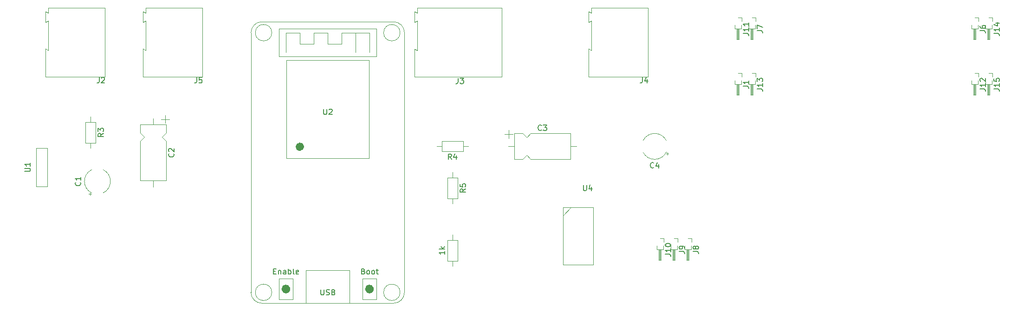
<source format=gto>
%TF.GenerationSoftware,KiCad,Pcbnew,(5.1.9)-1*%
%TF.CreationDate,2021-05-17T17:45:37-07:00*%
%TF.ProjectId,Senior Project,53656e69-6f72-4205-9072-6f6a6563742e,rev?*%
%TF.SameCoordinates,Original*%
%TF.FileFunction,Legend,Top*%
%TF.FilePolarity,Positive*%
%FSLAX46Y46*%
G04 Gerber Fmt 4.6, Leading zero omitted, Abs format (unit mm)*
G04 Created by KiCad (PCBNEW (5.1.9)-1) date 2021-05-17 17:45:37*
%MOMM*%
%LPD*%
G01*
G04 APERTURE LIST*
%ADD10C,0.120000*%
%ADD11C,1.000000*%
%ADD12C,0.800000*%
%ADD13C,0.150000*%
%ADD14R,1.100000X1.100000*%
%ADD15C,1.400000*%
%ADD16O,1.400000X1.400000*%
%ADD17R,1.600000X1.600000*%
%ADD18C,1.600000*%
%ADD19R,2.000000X2.000000*%
%ADD20O,2.000000X2.000000*%
%ADD21R,1.980000X3.960000*%
%ADD22O,1.980000X3.960000*%
%ADD23R,1.524000X1.524000*%
%ADD24C,1.524000*%
G04 APERTURE END LIST*
D10*
%TO.C,J9*%
X179501000Y-120981000D02*
X179501000Y-121666000D01*
X178816000Y-120981000D02*
X179501000Y-120981000D01*
X178726000Y-122976000D02*
X178726000Y-124976000D01*
X178846000Y-122976000D02*
X178846000Y-124976000D01*
X178966000Y-122976000D02*
X178966000Y-124976000D01*
X178606000Y-124976000D02*
X178606000Y-122976000D01*
X179026000Y-124976000D02*
X178606000Y-124976000D01*
X179026000Y-122976000D02*
X179026000Y-124976000D01*
X178256000Y-122976000D02*
X178256000Y-122351000D01*
X179376000Y-122976000D02*
X178256000Y-122976000D01*
X179376000Y-122351000D02*
X179376000Y-122976000D01*
%TO.C,1k*%
X138430000Y-120320000D02*
X138430000Y-121270000D01*
X138430000Y-126060000D02*
X138430000Y-125110000D01*
X137510000Y-121270000D02*
X137510000Y-125110000D01*
X139350000Y-121270000D02*
X137510000Y-121270000D01*
X139350000Y-125110000D02*
X139350000Y-121270000D01*
X137510000Y-125110000D02*
X139350000Y-125110000D01*
%TO.C,C1*%
X72100000Y-112842288D02*
X72550000Y-112842288D01*
X72325000Y-113067288D02*
X72325000Y-112617288D01*
X72600000Y-108410260D02*
G75*
G03*
X72600000Y-112649741I1060000J-2119740D01*
G01*
X74720000Y-108410260D02*
G75*
G02*
X74720000Y-112649741I-1060000J-2119740D01*
G01*
%TO.C,C2*%
X83820000Y-111550000D02*
X83820000Y-110410000D01*
X83820000Y-99030000D02*
X83820000Y-100170000D01*
X81450000Y-103170000D02*
X81450000Y-110410000D01*
X82200000Y-102420000D02*
X81450000Y-103170000D01*
X81450000Y-101670000D02*
X82200000Y-102420000D01*
X81450000Y-100170000D02*
X81450000Y-101670000D01*
X86190000Y-103170000D02*
X86190000Y-110410000D01*
X85440000Y-102420000D02*
X86190000Y-103170000D01*
X86190000Y-101670000D02*
X85440000Y-102420000D01*
X86190000Y-100170000D02*
X86190000Y-101670000D01*
X86190000Y-110410000D02*
X81450000Y-110410000D01*
X86190000Y-100170000D02*
X81450000Y-100170000D01*
X86770000Y-99170000D02*
X85270000Y-99170000D01*
X86020000Y-98420000D02*
X86020000Y-99920000D01*
%TO.C,C3*%
X147950000Y-101940000D02*
X149450000Y-101940000D01*
X148700000Y-101190000D02*
X148700000Y-102690000D01*
X149700000Y-101770000D02*
X149700000Y-106510000D01*
X159940000Y-101770000D02*
X159940000Y-106510000D01*
X149700000Y-101770000D02*
X151200000Y-101770000D01*
X151200000Y-101770000D02*
X151950000Y-102520000D01*
X151950000Y-102520000D02*
X152700000Y-101770000D01*
X152700000Y-101770000D02*
X159940000Y-101770000D01*
X149700000Y-106510000D02*
X151200000Y-106510000D01*
X151200000Y-106510000D02*
X151950000Y-105760000D01*
X151950000Y-105760000D02*
X152700000Y-106510000D01*
X152700000Y-106510000D02*
X159940000Y-106510000D01*
X148560000Y-104140000D02*
X149700000Y-104140000D01*
X161080000Y-104140000D02*
X159940000Y-104140000D01*
%TO.C,C4*%
X177837288Y-105475000D02*
X177387288Y-105475000D01*
X177612288Y-105700000D02*
X177612288Y-105250000D01*
X173180260Y-103080000D02*
G75*
G02*
X177419741Y-103080000I2119740J-1060000D01*
G01*
X173180260Y-105200000D02*
G75*
G03*
X177419741Y-105200000I2119740J1060000D01*
G01*
%TO.C,J1*%
X191185000Y-90755000D02*
X191185000Y-91440000D01*
X190500000Y-90755000D02*
X191185000Y-90755000D01*
X190410000Y-92750000D02*
X190410000Y-94750000D01*
X190530000Y-92750000D02*
X190530000Y-94750000D01*
X190650000Y-92750000D02*
X190650000Y-94750000D01*
X190290000Y-94750000D02*
X190290000Y-92750000D01*
X190710000Y-94750000D02*
X190290000Y-94750000D01*
X190710000Y-92750000D02*
X190710000Y-94750000D01*
X189940000Y-92750000D02*
X189940000Y-92125000D01*
X191060000Y-92750000D02*
X189940000Y-92750000D01*
X191060000Y-92125000D02*
X191060000Y-92750000D01*
%TO.C,J2*%
X64190000Y-91390000D02*
X75040000Y-91390000D01*
X64190000Y-86290000D02*
X64190000Y-91390000D01*
X64690000Y-86590000D02*
X64190000Y-86290000D01*
X64690000Y-81190000D02*
X64690000Y-86590000D01*
X64190000Y-81440000D02*
X64690000Y-81190000D01*
X64190000Y-81390000D02*
X64190000Y-81440000D01*
X64190000Y-79490000D02*
X64190000Y-81390000D01*
X64690000Y-79740000D02*
X64190000Y-79490000D01*
X64690000Y-78790000D02*
X64690000Y-79740000D01*
X75040000Y-78790000D02*
X64690000Y-78790000D01*
X75040000Y-91390000D02*
X75040000Y-78790000D01*
%TO.C,J3*%
X131530000Y-91390000D02*
X147430000Y-91390000D01*
X131530000Y-86340000D02*
X131530000Y-91390000D01*
X132030000Y-86590000D02*
X131530000Y-86340000D01*
X132030000Y-81190000D02*
X132030000Y-86590000D01*
X131530000Y-81440000D02*
X132030000Y-81190000D01*
X131530000Y-79440000D02*
X131530000Y-81440000D01*
X132030000Y-79740000D02*
X131530000Y-79440000D01*
X132030000Y-78790000D02*
X132030000Y-79740000D01*
X147430000Y-78790000D02*
X132030000Y-78790000D01*
X147430000Y-91390000D02*
X147430000Y-78790000D01*
%TO.C,J4*%
X163250000Y-91390000D02*
X174100000Y-91390000D01*
X163250000Y-86290000D02*
X163250000Y-91390000D01*
X163750000Y-86590000D02*
X163250000Y-86290000D01*
X163750000Y-81190000D02*
X163750000Y-86590000D01*
X163250000Y-81440000D02*
X163750000Y-81190000D01*
X163250000Y-81390000D02*
X163250000Y-81440000D01*
X163250000Y-79490000D02*
X163250000Y-81390000D01*
X163750000Y-79740000D02*
X163250000Y-79490000D01*
X163750000Y-78790000D02*
X163750000Y-79740000D01*
X174100000Y-78790000D02*
X163750000Y-78790000D01*
X174100000Y-91390000D02*
X174100000Y-78790000D01*
%TO.C,J5*%
X81970000Y-91390000D02*
X92820000Y-91390000D01*
X81970000Y-86290000D02*
X81970000Y-91390000D01*
X82470000Y-86590000D02*
X81970000Y-86290000D01*
X82470000Y-81190000D02*
X82470000Y-86590000D01*
X81970000Y-81440000D02*
X82470000Y-81190000D01*
X81970000Y-81390000D02*
X81970000Y-81440000D01*
X81970000Y-79490000D02*
X81970000Y-81390000D01*
X82470000Y-79740000D02*
X81970000Y-79490000D01*
X82470000Y-78790000D02*
X82470000Y-79740000D01*
X92820000Y-78790000D02*
X82470000Y-78790000D01*
X92820000Y-91390000D02*
X92820000Y-78790000D01*
%TO.C,J6*%
X234240000Y-81965000D02*
X234240000Y-82590000D01*
X234240000Y-82590000D02*
X233120000Y-82590000D01*
X233120000Y-82590000D02*
X233120000Y-81965000D01*
X233890000Y-82590000D02*
X233890000Y-84590000D01*
X233890000Y-84590000D02*
X233470000Y-84590000D01*
X233470000Y-84590000D02*
X233470000Y-82590000D01*
X233830000Y-82590000D02*
X233830000Y-84590000D01*
X233710000Y-82590000D02*
X233710000Y-84590000D01*
X233590000Y-82590000D02*
X233590000Y-84590000D01*
X233680000Y-80595000D02*
X234365000Y-80595000D01*
X234365000Y-80595000D02*
X234365000Y-81280000D01*
%TO.C,J7*%
X193725000Y-80595000D02*
X193725000Y-81280000D01*
X193040000Y-80595000D02*
X193725000Y-80595000D01*
X192950000Y-82590000D02*
X192950000Y-84590000D01*
X193070000Y-82590000D02*
X193070000Y-84590000D01*
X193190000Y-82590000D02*
X193190000Y-84590000D01*
X192830000Y-84590000D02*
X192830000Y-82590000D01*
X193250000Y-84590000D02*
X192830000Y-84590000D01*
X193250000Y-82590000D02*
X193250000Y-84590000D01*
X192480000Y-82590000D02*
X192480000Y-81965000D01*
X193600000Y-82590000D02*
X192480000Y-82590000D01*
X193600000Y-81965000D02*
X193600000Y-82590000D01*
%TO.C,J8*%
X182041000Y-120981000D02*
X182041000Y-121666000D01*
X181356000Y-120981000D02*
X182041000Y-120981000D01*
X181266000Y-122976000D02*
X181266000Y-124976000D01*
X181386000Y-122976000D02*
X181386000Y-124976000D01*
X181506000Y-122976000D02*
X181506000Y-124976000D01*
X181146000Y-124976000D02*
X181146000Y-122976000D01*
X181566000Y-124976000D02*
X181146000Y-124976000D01*
X181566000Y-122976000D02*
X181566000Y-124976000D01*
X180796000Y-122976000D02*
X180796000Y-122351000D01*
X181916000Y-122976000D02*
X180796000Y-122976000D01*
X181916000Y-122351000D02*
X181916000Y-122976000D01*
%TO.C,J10*%
X176836000Y-122351000D02*
X176836000Y-122976000D01*
X176836000Y-122976000D02*
X175716000Y-122976000D01*
X175716000Y-122976000D02*
X175716000Y-122351000D01*
X176486000Y-122976000D02*
X176486000Y-124976000D01*
X176486000Y-124976000D02*
X176066000Y-124976000D01*
X176066000Y-124976000D02*
X176066000Y-122976000D01*
X176426000Y-122976000D02*
X176426000Y-124976000D01*
X176306000Y-122976000D02*
X176306000Y-124976000D01*
X176186000Y-122976000D02*
X176186000Y-124976000D01*
X176276000Y-120981000D02*
X176961000Y-120981000D01*
X176961000Y-120981000D02*
X176961000Y-121666000D01*
%TO.C,R3*%
X73310000Y-99680000D02*
X71470000Y-99680000D01*
X71470000Y-99680000D02*
X71470000Y-103520000D01*
X71470000Y-103520000D02*
X73310000Y-103520000D01*
X73310000Y-103520000D02*
X73310000Y-99680000D01*
X72390000Y-98730000D02*
X72390000Y-99680000D01*
X72390000Y-104470000D02*
X72390000Y-103520000D01*
%TO.C,R4*%
X135560000Y-104140000D02*
X136510000Y-104140000D01*
X141300000Y-104140000D02*
X140350000Y-104140000D01*
X136510000Y-105060000D02*
X140350000Y-105060000D01*
X136510000Y-103220000D02*
X136510000Y-105060000D01*
X140350000Y-103220000D02*
X136510000Y-103220000D01*
X140350000Y-105060000D02*
X140350000Y-103220000D01*
%TO.C,R5*%
X139350000Y-109840000D02*
X137510000Y-109840000D01*
X137510000Y-109840000D02*
X137510000Y-113680000D01*
X137510000Y-113680000D02*
X139350000Y-113680000D01*
X139350000Y-113680000D02*
X139350000Y-109840000D01*
X138430000Y-108890000D02*
X138430000Y-109840000D01*
X138430000Y-114630000D02*
X138430000Y-113680000D01*
%TO.C,U1*%
X62500000Y-111450000D02*
X63500000Y-111450000D01*
X62500000Y-104450000D02*
X62500000Y-111450000D01*
X64500000Y-104450000D02*
X62500000Y-104450000D01*
X64500000Y-111450000D02*
X64500000Y-104450000D01*
X63500000Y-111450000D02*
X64500000Y-111450000D01*
D11*
%TO.C,U2*%
X123580001Y-130235001D02*
G75*
G03*
X123580001Y-130235001I-300000J0D01*
G01*
X108340001Y-130235001D02*
G75*
G03*
X108340001Y-130235001I-300000J0D01*
G01*
D10*
X109310001Y-128330001D02*
X109310001Y-132140001D01*
X106770001Y-128330001D02*
X109310001Y-128330001D01*
X106770001Y-132140001D02*
X106770001Y-128330001D01*
X109310001Y-132140001D02*
X106770001Y-132140001D01*
X122010001Y-132140001D02*
X122010001Y-128330001D01*
X124550001Y-132140001D02*
X122010001Y-132140001D01*
X124550001Y-128330001D02*
X124550001Y-132140001D01*
X122010001Y-128330001D02*
X124550001Y-128330001D01*
D12*
X110980001Y-104200001D02*
G75*
G03*
X110980001Y-104200001I-400000J0D01*
G01*
D10*
X108160001Y-106340001D02*
X108160001Y-88340001D01*
X123160001Y-106340001D02*
X108160001Y-106340001D01*
X123160001Y-88340001D02*
X123160001Y-106340001D01*
X108160001Y-88340001D02*
X123160001Y-88340001D01*
X120740001Y-83372001D02*
X120740001Y-86928001D01*
X123280001Y-83372001D02*
X123280001Y-86928001D01*
X118200001Y-83372001D02*
X123280001Y-83372001D01*
X118200001Y-85404001D02*
X118200001Y-83372001D01*
X115660001Y-85404001D02*
X118200001Y-85404001D01*
X115660001Y-83372001D02*
X115660001Y-85404001D01*
X113120001Y-83372001D02*
X115660001Y-83372001D01*
X113120001Y-85404001D02*
X113120001Y-83372001D01*
X110580001Y-85404001D02*
X113120001Y-85404001D01*
X110580001Y-83372001D02*
X110580001Y-85404001D01*
X108040001Y-83372001D02*
X110580001Y-83372001D01*
X108040001Y-86928001D02*
X108040001Y-83372001D01*
X106770001Y-87690001D02*
X106770001Y-82610001D01*
X124550001Y-87690001D02*
X106770001Y-87690001D01*
X124550001Y-82610001D02*
X124550001Y-87690001D01*
X106770001Y-82610001D02*
X124550001Y-82610001D01*
X111660001Y-126840001D02*
X119660001Y-126840001D01*
X119660001Y-126840001D02*
X119660001Y-132840001D01*
X111660001Y-126840001D02*
X111660001Y-132840001D01*
X128860001Y-130840001D02*
G75*
G03*
X128860001Y-130840001I-1500000J0D01*
G01*
X105460001Y-130840001D02*
G75*
G03*
X105460001Y-130840001I-1500000J0D01*
G01*
X103660001Y-81340001D02*
X127660001Y-81340001D01*
X103660001Y-132840001D02*
X127660001Y-132840001D01*
X101660001Y-83340001D02*
X101660001Y-130840001D01*
X129660001Y-130840001D02*
X129660001Y-83340001D01*
X128860001Y-83340001D02*
G75*
G03*
X128860001Y-83340001I-1500000J0D01*
G01*
X105460001Y-83340001D02*
G75*
G03*
X105460001Y-83340001I-1500000J0D01*
G01*
X129660001Y-130840001D02*
G75*
G02*
X127660001Y-132840001I-2000000J0D01*
G01*
X103660001Y-132840001D02*
G75*
G02*
X101660001Y-130840001I0J2000000D01*
G01*
X101660001Y-83340001D02*
G75*
G02*
X103660001Y-81340001I2000000J0D01*
G01*
X127660001Y-81340001D02*
G75*
G02*
X129660001Y-83340001I0J-2000000D01*
G01*
%TO.C,U4*%
X158560000Y-116800000D02*
X160060000Y-115300000D01*
X164060000Y-115300000D02*
X158560000Y-115300000D01*
X164060000Y-125800000D02*
X164060000Y-115300000D01*
X158560000Y-125800000D02*
X164060000Y-125800000D01*
X158560000Y-115300000D02*
X158560000Y-125800000D01*
%TO.C,J11*%
X191185000Y-80595000D02*
X191185000Y-81280000D01*
X190500000Y-80595000D02*
X191185000Y-80595000D01*
X190410000Y-82590000D02*
X190410000Y-84590000D01*
X190530000Y-82590000D02*
X190530000Y-84590000D01*
X190650000Y-82590000D02*
X190650000Y-84590000D01*
X190290000Y-84590000D02*
X190290000Y-82590000D01*
X190710000Y-84590000D02*
X190290000Y-84590000D01*
X190710000Y-82590000D02*
X190710000Y-84590000D01*
X189940000Y-82590000D02*
X189940000Y-81965000D01*
X191060000Y-82590000D02*
X189940000Y-82590000D01*
X191060000Y-81965000D02*
X191060000Y-82590000D01*
%TO.C,J12*%
X234240000Y-92125000D02*
X234240000Y-92750000D01*
X234240000Y-92750000D02*
X233120000Y-92750000D01*
X233120000Y-92750000D02*
X233120000Y-92125000D01*
X233890000Y-92750000D02*
X233890000Y-94750000D01*
X233890000Y-94750000D02*
X233470000Y-94750000D01*
X233470000Y-94750000D02*
X233470000Y-92750000D01*
X233830000Y-92750000D02*
X233830000Y-94750000D01*
X233710000Y-92750000D02*
X233710000Y-94750000D01*
X233590000Y-92750000D02*
X233590000Y-94750000D01*
X233680000Y-90755000D02*
X234365000Y-90755000D01*
X234365000Y-90755000D02*
X234365000Y-91440000D01*
%TO.C,J13*%
X193725000Y-90755000D02*
X193725000Y-91440000D01*
X193040000Y-90755000D02*
X193725000Y-90755000D01*
X192950000Y-92750000D02*
X192950000Y-94750000D01*
X193070000Y-92750000D02*
X193070000Y-94750000D01*
X193190000Y-92750000D02*
X193190000Y-94750000D01*
X192830000Y-94750000D02*
X192830000Y-92750000D01*
X193250000Y-94750000D02*
X192830000Y-94750000D01*
X193250000Y-92750000D02*
X193250000Y-94750000D01*
X192480000Y-92750000D02*
X192480000Y-92125000D01*
X193600000Y-92750000D02*
X192480000Y-92750000D01*
X193600000Y-92125000D02*
X193600000Y-92750000D01*
%TO.C,J14*%
X236780000Y-81965000D02*
X236780000Y-82590000D01*
X236780000Y-82590000D02*
X235660000Y-82590000D01*
X235660000Y-82590000D02*
X235660000Y-81965000D01*
X236430000Y-82590000D02*
X236430000Y-84590000D01*
X236430000Y-84590000D02*
X236010000Y-84590000D01*
X236010000Y-84590000D02*
X236010000Y-82590000D01*
X236370000Y-82590000D02*
X236370000Y-84590000D01*
X236250000Y-82590000D02*
X236250000Y-84590000D01*
X236130000Y-82590000D02*
X236130000Y-84590000D01*
X236220000Y-80595000D02*
X236905000Y-80595000D01*
X236905000Y-80595000D02*
X236905000Y-81280000D01*
%TO.C,J15*%
X236905000Y-90755000D02*
X236905000Y-91440000D01*
X236220000Y-90755000D02*
X236905000Y-90755000D01*
X236130000Y-92750000D02*
X236130000Y-94750000D01*
X236250000Y-92750000D02*
X236250000Y-94750000D01*
X236370000Y-92750000D02*
X236370000Y-94750000D01*
X236010000Y-94750000D02*
X236010000Y-92750000D01*
X236430000Y-94750000D02*
X236010000Y-94750000D01*
X236430000Y-92750000D02*
X236430000Y-94750000D01*
X235660000Y-92750000D02*
X235660000Y-92125000D01*
X236780000Y-92750000D02*
X235660000Y-92750000D01*
X236780000Y-92125000D02*
X236780000Y-92750000D01*
%TO.C,J9*%
D13*
X179768380Y-123374333D02*
X180482666Y-123374333D01*
X180625523Y-123421952D01*
X180720761Y-123517190D01*
X180768380Y-123660047D01*
X180768380Y-123755285D01*
X180768380Y-122850523D02*
X180768380Y-122660047D01*
X180720761Y-122564809D01*
X180673142Y-122517190D01*
X180530285Y-122421952D01*
X180339809Y-122374333D01*
X179958857Y-122374333D01*
X179863619Y-122421952D01*
X179816000Y-122469571D01*
X179768380Y-122564809D01*
X179768380Y-122755285D01*
X179816000Y-122850523D01*
X179863619Y-122898142D01*
X179958857Y-122945761D01*
X180196952Y-122945761D01*
X180292190Y-122898142D01*
X180339809Y-122850523D01*
X180387428Y-122755285D01*
X180387428Y-122564809D01*
X180339809Y-122469571D01*
X180292190Y-122421952D01*
X180196952Y-122374333D01*
%TO.C,1k*%
X136962380Y-123309047D02*
X136962380Y-123880476D01*
X136962380Y-123594761D02*
X135962380Y-123594761D01*
X136105238Y-123690000D01*
X136200476Y-123785238D01*
X136248095Y-123880476D01*
X136962380Y-122880476D02*
X135962380Y-122880476D01*
X136581428Y-122785238D02*
X136962380Y-122499523D01*
X136295714Y-122499523D02*
X136676666Y-122880476D01*
%TO.C,C1*%
X70517142Y-110696666D02*
X70564761Y-110744285D01*
X70612380Y-110887142D01*
X70612380Y-110982380D01*
X70564761Y-111125238D01*
X70469523Y-111220476D01*
X70374285Y-111268095D01*
X70183809Y-111315714D01*
X70040952Y-111315714D01*
X69850476Y-111268095D01*
X69755238Y-111220476D01*
X69660000Y-111125238D01*
X69612380Y-110982380D01*
X69612380Y-110887142D01*
X69660000Y-110744285D01*
X69707619Y-110696666D01*
X70612380Y-109744285D02*
X70612380Y-110315714D01*
X70612380Y-110030000D02*
X69612380Y-110030000D01*
X69755238Y-110125238D01*
X69850476Y-110220476D01*
X69898095Y-110315714D01*
%TO.C,C2*%
X87547142Y-105456666D02*
X87594761Y-105504285D01*
X87642380Y-105647142D01*
X87642380Y-105742380D01*
X87594761Y-105885238D01*
X87499523Y-105980476D01*
X87404285Y-106028095D01*
X87213809Y-106075714D01*
X87070952Y-106075714D01*
X86880476Y-106028095D01*
X86785238Y-105980476D01*
X86690000Y-105885238D01*
X86642380Y-105742380D01*
X86642380Y-105647142D01*
X86690000Y-105504285D01*
X86737619Y-105456666D01*
X86737619Y-105075714D02*
X86690000Y-105028095D01*
X86642380Y-104932857D01*
X86642380Y-104694761D01*
X86690000Y-104599523D01*
X86737619Y-104551904D01*
X86832857Y-104504285D01*
X86928095Y-104504285D01*
X87070952Y-104551904D01*
X87642380Y-105123333D01*
X87642380Y-104504285D01*
%TO.C,C3*%
X154653333Y-101127142D02*
X154605714Y-101174761D01*
X154462857Y-101222380D01*
X154367619Y-101222380D01*
X154224761Y-101174761D01*
X154129523Y-101079523D01*
X154081904Y-100984285D01*
X154034285Y-100793809D01*
X154034285Y-100650952D01*
X154081904Y-100460476D01*
X154129523Y-100365238D01*
X154224761Y-100270000D01*
X154367619Y-100222380D01*
X154462857Y-100222380D01*
X154605714Y-100270000D01*
X154653333Y-100317619D01*
X154986666Y-100222380D02*
X155605714Y-100222380D01*
X155272380Y-100603333D01*
X155415238Y-100603333D01*
X155510476Y-100650952D01*
X155558095Y-100698571D01*
X155605714Y-100793809D01*
X155605714Y-101031904D01*
X155558095Y-101127142D01*
X155510476Y-101174761D01*
X155415238Y-101222380D01*
X155129523Y-101222380D01*
X155034285Y-101174761D01*
X154986666Y-101127142D01*
%TO.C,C4*%
X175133333Y-107997142D02*
X175085714Y-108044761D01*
X174942857Y-108092380D01*
X174847619Y-108092380D01*
X174704761Y-108044761D01*
X174609523Y-107949523D01*
X174561904Y-107854285D01*
X174514285Y-107663809D01*
X174514285Y-107520952D01*
X174561904Y-107330476D01*
X174609523Y-107235238D01*
X174704761Y-107140000D01*
X174847619Y-107092380D01*
X174942857Y-107092380D01*
X175085714Y-107140000D01*
X175133333Y-107187619D01*
X175990476Y-107425714D02*
X175990476Y-108092380D01*
X175752380Y-107044761D02*
X175514285Y-107759047D01*
X176133333Y-107759047D01*
%TO.C,J1*%
X191452380Y-93148333D02*
X192166666Y-93148333D01*
X192309523Y-93195952D01*
X192404761Y-93291190D01*
X192452380Y-93434047D01*
X192452380Y-93529285D01*
X192452380Y-92148333D02*
X192452380Y-92719761D01*
X192452380Y-92434047D02*
X191452380Y-92434047D01*
X191595238Y-92529285D01*
X191690476Y-92624523D01*
X191738095Y-92719761D01*
%TO.C,J2*%
X73976666Y-91532380D02*
X73976666Y-92246666D01*
X73929047Y-92389523D01*
X73833809Y-92484761D01*
X73690952Y-92532380D01*
X73595714Y-92532380D01*
X74405238Y-91627619D02*
X74452857Y-91580000D01*
X74548095Y-91532380D01*
X74786190Y-91532380D01*
X74881428Y-91580000D01*
X74929047Y-91627619D01*
X74976666Y-91722857D01*
X74976666Y-91818095D01*
X74929047Y-91960952D01*
X74357619Y-92532380D01*
X74976666Y-92532380D01*
%TO.C,J3*%
X139446666Y-91642380D02*
X139446666Y-92356666D01*
X139399047Y-92499523D01*
X139303809Y-92594761D01*
X139160952Y-92642380D01*
X139065714Y-92642380D01*
X139827619Y-91642380D02*
X140446666Y-91642380D01*
X140113333Y-92023333D01*
X140256190Y-92023333D01*
X140351428Y-92070952D01*
X140399047Y-92118571D01*
X140446666Y-92213809D01*
X140446666Y-92451904D01*
X140399047Y-92547142D01*
X140351428Y-92594761D01*
X140256190Y-92642380D01*
X139970476Y-92642380D01*
X139875238Y-92594761D01*
X139827619Y-92547142D01*
%TO.C,J4*%
X173036666Y-91532380D02*
X173036666Y-92246666D01*
X172989047Y-92389523D01*
X172893809Y-92484761D01*
X172750952Y-92532380D01*
X172655714Y-92532380D01*
X173941428Y-91865714D02*
X173941428Y-92532380D01*
X173703333Y-91484761D02*
X173465238Y-92199047D01*
X174084285Y-92199047D01*
%TO.C,J5*%
X91756666Y-91532380D02*
X91756666Y-92246666D01*
X91709047Y-92389523D01*
X91613809Y-92484761D01*
X91470952Y-92532380D01*
X91375714Y-92532380D01*
X92709047Y-91532380D02*
X92232857Y-91532380D01*
X92185238Y-92008571D01*
X92232857Y-91960952D01*
X92328095Y-91913333D01*
X92566190Y-91913333D01*
X92661428Y-91960952D01*
X92709047Y-92008571D01*
X92756666Y-92103809D01*
X92756666Y-92341904D01*
X92709047Y-92437142D01*
X92661428Y-92484761D01*
X92566190Y-92532380D01*
X92328095Y-92532380D01*
X92232857Y-92484761D01*
X92185238Y-92437142D01*
%TO.C,J6*%
X234632380Y-82988333D02*
X235346666Y-82988333D01*
X235489523Y-83035952D01*
X235584761Y-83131190D01*
X235632380Y-83274047D01*
X235632380Y-83369285D01*
X234632380Y-82083571D02*
X234632380Y-82274047D01*
X234680000Y-82369285D01*
X234727619Y-82416904D01*
X234870476Y-82512142D01*
X235060952Y-82559761D01*
X235441904Y-82559761D01*
X235537142Y-82512142D01*
X235584761Y-82464523D01*
X235632380Y-82369285D01*
X235632380Y-82178809D01*
X235584761Y-82083571D01*
X235537142Y-82035952D01*
X235441904Y-81988333D01*
X235203809Y-81988333D01*
X235108571Y-82035952D01*
X235060952Y-82083571D01*
X235013333Y-82178809D01*
X235013333Y-82369285D01*
X235060952Y-82464523D01*
X235108571Y-82512142D01*
X235203809Y-82559761D01*
%TO.C,J7*%
X193992380Y-82988333D02*
X194706666Y-82988333D01*
X194849523Y-83035952D01*
X194944761Y-83131190D01*
X194992380Y-83274047D01*
X194992380Y-83369285D01*
X193992380Y-82607380D02*
X193992380Y-81940714D01*
X194992380Y-82369285D01*
%TO.C,J8*%
X182308380Y-123374333D02*
X183022666Y-123374333D01*
X183165523Y-123421952D01*
X183260761Y-123517190D01*
X183308380Y-123660047D01*
X183308380Y-123755285D01*
X182736952Y-122755285D02*
X182689333Y-122850523D01*
X182641714Y-122898142D01*
X182546476Y-122945761D01*
X182498857Y-122945761D01*
X182403619Y-122898142D01*
X182356000Y-122850523D01*
X182308380Y-122755285D01*
X182308380Y-122564809D01*
X182356000Y-122469571D01*
X182403619Y-122421952D01*
X182498857Y-122374333D01*
X182546476Y-122374333D01*
X182641714Y-122421952D01*
X182689333Y-122469571D01*
X182736952Y-122564809D01*
X182736952Y-122755285D01*
X182784571Y-122850523D01*
X182832190Y-122898142D01*
X182927428Y-122945761D01*
X183117904Y-122945761D01*
X183213142Y-122898142D01*
X183260761Y-122850523D01*
X183308380Y-122755285D01*
X183308380Y-122564809D01*
X183260761Y-122469571D01*
X183213142Y-122421952D01*
X183117904Y-122374333D01*
X182927428Y-122374333D01*
X182832190Y-122421952D01*
X182784571Y-122469571D01*
X182736952Y-122564809D01*
%TO.C,J10*%
X177228380Y-123850523D02*
X177942666Y-123850523D01*
X178085523Y-123898142D01*
X178180761Y-123993380D01*
X178228380Y-124136238D01*
X178228380Y-124231476D01*
X178228380Y-122850523D02*
X178228380Y-123421952D01*
X178228380Y-123136238D02*
X177228380Y-123136238D01*
X177371238Y-123231476D01*
X177466476Y-123326714D01*
X177514095Y-123421952D01*
X177228380Y-122231476D02*
X177228380Y-122136238D01*
X177276000Y-122041000D01*
X177323619Y-121993380D01*
X177418857Y-121945761D01*
X177609333Y-121898142D01*
X177847428Y-121898142D01*
X178037904Y-121945761D01*
X178133142Y-121993380D01*
X178180761Y-122041000D01*
X178228380Y-122136238D01*
X178228380Y-122231476D01*
X178180761Y-122326714D01*
X178133142Y-122374333D01*
X178037904Y-122421952D01*
X177847428Y-122469571D01*
X177609333Y-122469571D01*
X177418857Y-122421952D01*
X177323619Y-122374333D01*
X177276000Y-122326714D01*
X177228380Y-122231476D01*
%TO.C,R3*%
X74762380Y-101766666D02*
X74286190Y-102100000D01*
X74762380Y-102338095D02*
X73762380Y-102338095D01*
X73762380Y-101957142D01*
X73810000Y-101861904D01*
X73857619Y-101814285D01*
X73952857Y-101766666D01*
X74095714Y-101766666D01*
X74190952Y-101814285D01*
X74238571Y-101861904D01*
X74286190Y-101957142D01*
X74286190Y-102338095D01*
X73762380Y-101433333D02*
X73762380Y-100814285D01*
X74143333Y-101147619D01*
X74143333Y-101004761D01*
X74190952Y-100909523D01*
X74238571Y-100861904D01*
X74333809Y-100814285D01*
X74571904Y-100814285D01*
X74667142Y-100861904D01*
X74714761Y-100909523D01*
X74762380Y-101004761D01*
X74762380Y-101290476D01*
X74714761Y-101385714D01*
X74667142Y-101433333D01*
%TO.C,R4*%
X138263333Y-106512380D02*
X137930000Y-106036190D01*
X137691904Y-106512380D02*
X137691904Y-105512380D01*
X138072857Y-105512380D01*
X138168095Y-105560000D01*
X138215714Y-105607619D01*
X138263333Y-105702857D01*
X138263333Y-105845714D01*
X138215714Y-105940952D01*
X138168095Y-105988571D01*
X138072857Y-106036190D01*
X137691904Y-106036190D01*
X139120476Y-105845714D02*
X139120476Y-106512380D01*
X138882380Y-105464761D02*
X138644285Y-106179047D01*
X139263333Y-106179047D01*
%TO.C,R5*%
X140802380Y-111926666D02*
X140326190Y-112260000D01*
X140802380Y-112498095D02*
X139802380Y-112498095D01*
X139802380Y-112117142D01*
X139850000Y-112021904D01*
X139897619Y-111974285D01*
X139992857Y-111926666D01*
X140135714Y-111926666D01*
X140230952Y-111974285D01*
X140278571Y-112021904D01*
X140326190Y-112117142D01*
X140326190Y-112498095D01*
X139802380Y-111021904D02*
X139802380Y-111498095D01*
X140278571Y-111545714D01*
X140230952Y-111498095D01*
X140183333Y-111402857D01*
X140183333Y-111164761D01*
X140230952Y-111069523D01*
X140278571Y-111021904D01*
X140373809Y-110974285D01*
X140611904Y-110974285D01*
X140707142Y-111021904D01*
X140754761Y-111069523D01*
X140802380Y-111164761D01*
X140802380Y-111402857D01*
X140754761Y-111498095D01*
X140707142Y-111545714D01*
%TO.C,U1*%
X60412380Y-108711904D02*
X61221904Y-108711904D01*
X61317142Y-108664285D01*
X61364761Y-108616666D01*
X61412380Y-108521428D01*
X61412380Y-108330952D01*
X61364761Y-108235714D01*
X61317142Y-108188095D01*
X61221904Y-108140476D01*
X60412380Y-108140476D01*
X61412380Y-107140476D02*
X61412380Y-107711904D01*
X61412380Y-107426190D02*
X60412380Y-107426190D01*
X60555238Y-107521428D01*
X60650476Y-107616666D01*
X60698095Y-107711904D01*
%TO.C,U2*%
X114898096Y-97302381D02*
X114898096Y-98111905D01*
X114945715Y-98207143D01*
X114993334Y-98254762D01*
X115088572Y-98302381D01*
X115279048Y-98302381D01*
X115374286Y-98254762D01*
X115421905Y-98207143D01*
X115469524Y-98111905D01*
X115469524Y-97302381D01*
X115898096Y-97397620D02*
X115945715Y-97350001D01*
X116040953Y-97302381D01*
X116279048Y-97302381D01*
X116374286Y-97350001D01*
X116421905Y-97397620D01*
X116469524Y-97492858D01*
X116469524Y-97588096D01*
X116421905Y-97730953D01*
X115850477Y-98302381D01*
X116469524Y-98302381D01*
X105778096Y-126988572D02*
X106111429Y-126988572D01*
X106254286Y-127512381D02*
X105778096Y-127512381D01*
X105778096Y-126512381D01*
X106254286Y-126512381D01*
X106682858Y-126845715D02*
X106682858Y-127512381D01*
X106682858Y-126940953D02*
X106730477Y-126893334D01*
X106825715Y-126845715D01*
X106968572Y-126845715D01*
X107063810Y-126893334D01*
X107111429Y-126988572D01*
X107111429Y-127512381D01*
X108016191Y-127512381D02*
X108016191Y-126988572D01*
X107968572Y-126893334D01*
X107873334Y-126845715D01*
X107682858Y-126845715D01*
X107587620Y-126893334D01*
X108016191Y-127464762D02*
X107920953Y-127512381D01*
X107682858Y-127512381D01*
X107587620Y-127464762D01*
X107540001Y-127369524D01*
X107540001Y-127274286D01*
X107587620Y-127179048D01*
X107682858Y-127131429D01*
X107920953Y-127131429D01*
X108016191Y-127083810D01*
X108492381Y-127512381D02*
X108492381Y-126512381D01*
X108492381Y-126893334D02*
X108587620Y-126845715D01*
X108778096Y-126845715D01*
X108873334Y-126893334D01*
X108920953Y-126940953D01*
X108968572Y-127036191D01*
X108968572Y-127321905D01*
X108920953Y-127417143D01*
X108873334Y-127464762D01*
X108778096Y-127512381D01*
X108587620Y-127512381D01*
X108492381Y-127464762D01*
X109540001Y-127512381D02*
X109444762Y-127464762D01*
X109397143Y-127369524D01*
X109397143Y-126512381D01*
X110301905Y-127464762D02*
X110206667Y-127512381D01*
X110016191Y-127512381D01*
X109920953Y-127464762D01*
X109873334Y-127369524D01*
X109873334Y-126988572D01*
X109920953Y-126893334D01*
X110016191Y-126845715D01*
X110206667Y-126845715D01*
X110301905Y-126893334D01*
X110349524Y-126988572D01*
X110349524Y-127083810D01*
X109873334Y-127179048D01*
X122160953Y-126988572D02*
X122303810Y-127036191D01*
X122351429Y-127083810D01*
X122399048Y-127179048D01*
X122399048Y-127321905D01*
X122351429Y-127417143D01*
X122303810Y-127464762D01*
X122208572Y-127512381D01*
X121827620Y-127512381D01*
X121827620Y-126512381D01*
X122160953Y-126512381D01*
X122256191Y-126560001D01*
X122303810Y-126607620D01*
X122351429Y-126702858D01*
X122351429Y-126798096D01*
X122303810Y-126893334D01*
X122256191Y-126940953D01*
X122160953Y-126988572D01*
X121827620Y-126988572D01*
X122970477Y-127512381D02*
X122875239Y-127464762D01*
X122827620Y-127417143D01*
X122780001Y-127321905D01*
X122780001Y-127036191D01*
X122827620Y-126940953D01*
X122875239Y-126893334D01*
X122970477Y-126845715D01*
X123113334Y-126845715D01*
X123208572Y-126893334D01*
X123256191Y-126940953D01*
X123303810Y-127036191D01*
X123303810Y-127321905D01*
X123256191Y-127417143D01*
X123208572Y-127464762D01*
X123113334Y-127512381D01*
X122970477Y-127512381D01*
X123875239Y-127512381D02*
X123780001Y-127464762D01*
X123732381Y-127417143D01*
X123684762Y-127321905D01*
X123684762Y-127036191D01*
X123732381Y-126940953D01*
X123780001Y-126893334D01*
X123875239Y-126845715D01*
X124018096Y-126845715D01*
X124113334Y-126893334D01*
X124160953Y-126940953D01*
X124208572Y-127036191D01*
X124208572Y-127321905D01*
X124160953Y-127417143D01*
X124113334Y-127464762D01*
X124018096Y-127512381D01*
X123875239Y-127512381D01*
X124494286Y-126845715D02*
X124875239Y-126845715D01*
X124637143Y-126512381D02*
X124637143Y-127369524D01*
X124684762Y-127464762D01*
X124780001Y-127512381D01*
X124875239Y-127512381D01*
X114398096Y-130322381D02*
X114398096Y-131131905D01*
X114445715Y-131227143D01*
X114493334Y-131274762D01*
X114588572Y-131322381D01*
X114779048Y-131322381D01*
X114874286Y-131274762D01*
X114921905Y-131227143D01*
X114969524Y-131131905D01*
X114969524Y-130322381D01*
X115398096Y-131274762D02*
X115540953Y-131322381D01*
X115779048Y-131322381D01*
X115874286Y-131274762D01*
X115921905Y-131227143D01*
X115969524Y-131131905D01*
X115969524Y-131036667D01*
X115921905Y-130941429D01*
X115874286Y-130893810D01*
X115779048Y-130846191D01*
X115588572Y-130798572D01*
X115493334Y-130750953D01*
X115445715Y-130703334D01*
X115398096Y-130608096D01*
X115398096Y-130512858D01*
X115445715Y-130417620D01*
X115493334Y-130370001D01*
X115588572Y-130322381D01*
X115826667Y-130322381D01*
X115969524Y-130370001D01*
X116731429Y-130798572D02*
X116874286Y-130846191D01*
X116921905Y-130893810D01*
X116969524Y-130989048D01*
X116969524Y-131131905D01*
X116921905Y-131227143D01*
X116874286Y-131274762D01*
X116779048Y-131322381D01*
X116398096Y-131322381D01*
X116398096Y-130322381D01*
X116731429Y-130322381D01*
X116826667Y-130370001D01*
X116874286Y-130417620D01*
X116921905Y-130512858D01*
X116921905Y-130608096D01*
X116874286Y-130703334D01*
X116826667Y-130750953D01*
X116731429Y-130798572D01*
X116398096Y-130798572D01*
%TO.C,U4*%
X162298095Y-111212380D02*
X162298095Y-112021904D01*
X162345714Y-112117142D01*
X162393333Y-112164761D01*
X162488571Y-112212380D01*
X162679047Y-112212380D01*
X162774285Y-112164761D01*
X162821904Y-112117142D01*
X162869523Y-112021904D01*
X162869523Y-111212380D01*
X163774285Y-111545714D02*
X163774285Y-112212380D01*
X163536190Y-111164761D02*
X163298095Y-111879047D01*
X163917142Y-111879047D01*
%TO.C,J11*%
X191452380Y-83464523D02*
X192166666Y-83464523D01*
X192309523Y-83512142D01*
X192404761Y-83607380D01*
X192452380Y-83750238D01*
X192452380Y-83845476D01*
X192452380Y-82464523D02*
X192452380Y-83035952D01*
X192452380Y-82750238D02*
X191452380Y-82750238D01*
X191595238Y-82845476D01*
X191690476Y-82940714D01*
X191738095Y-83035952D01*
X192452380Y-81512142D02*
X192452380Y-82083571D01*
X192452380Y-81797857D02*
X191452380Y-81797857D01*
X191595238Y-81893095D01*
X191690476Y-81988333D01*
X191738095Y-82083571D01*
%TO.C,J12*%
X234632380Y-93624523D02*
X235346666Y-93624523D01*
X235489523Y-93672142D01*
X235584761Y-93767380D01*
X235632380Y-93910238D01*
X235632380Y-94005476D01*
X235632380Y-92624523D02*
X235632380Y-93195952D01*
X235632380Y-92910238D02*
X234632380Y-92910238D01*
X234775238Y-93005476D01*
X234870476Y-93100714D01*
X234918095Y-93195952D01*
X234727619Y-92243571D02*
X234680000Y-92195952D01*
X234632380Y-92100714D01*
X234632380Y-91862619D01*
X234680000Y-91767380D01*
X234727619Y-91719761D01*
X234822857Y-91672142D01*
X234918095Y-91672142D01*
X235060952Y-91719761D01*
X235632380Y-92291190D01*
X235632380Y-91672142D01*
%TO.C,J13*%
X193992380Y-93624523D02*
X194706666Y-93624523D01*
X194849523Y-93672142D01*
X194944761Y-93767380D01*
X194992380Y-93910238D01*
X194992380Y-94005476D01*
X194992380Y-92624523D02*
X194992380Y-93195952D01*
X194992380Y-92910238D02*
X193992380Y-92910238D01*
X194135238Y-93005476D01*
X194230476Y-93100714D01*
X194278095Y-93195952D01*
X193992380Y-92291190D02*
X193992380Y-91672142D01*
X194373333Y-92005476D01*
X194373333Y-91862619D01*
X194420952Y-91767380D01*
X194468571Y-91719761D01*
X194563809Y-91672142D01*
X194801904Y-91672142D01*
X194897142Y-91719761D01*
X194944761Y-91767380D01*
X194992380Y-91862619D01*
X194992380Y-92148333D01*
X194944761Y-92243571D01*
X194897142Y-92291190D01*
%TO.C,J14*%
X237172380Y-83464523D02*
X237886666Y-83464523D01*
X238029523Y-83512142D01*
X238124761Y-83607380D01*
X238172380Y-83750238D01*
X238172380Y-83845476D01*
X238172380Y-82464523D02*
X238172380Y-83035952D01*
X238172380Y-82750238D02*
X237172380Y-82750238D01*
X237315238Y-82845476D01*
X237410476Y-82940714D01*
X237458095Y-83035952D01*
X237505714Y-81607380D02*
X238172380Y-81607380D01*
X237124761Y-81845476D02*
X237839047Y-82083571D01*
X237839047Y-81464523D01*
%TO.C,J15*%
X237172380Y-93624523D02*
X237886666Y-93624523D01*
X238029523Y-93672142D01*
X238124761Y-93767380D01*
X238172380Y-93910238D01*
X238172380Y-94005476D01*
X238172380Y-92624523D02*
X238172380Y-93195952D01*
X238172380Y-92910238D02*
X237172380Y-92910238D01*
X237315238Y-93005476D01*
X237410476Y-93100714D01*
X237458095Y-93195952D01*
X237172380Y-91719761D02*
X237172380Y-92195952D01*
X237648571Y-92243571D01*
X237600952Y-92195952D01*
X237553333Y-92100714D01*
X237553333Y-91862619D01*
X237600952Y-91767380D01*
X237648571Y-91719761D01*
X237743809Y-91672142D01*
X237981904Y-91672142D01*
X238077142Y-91719761D01*
X238124761Y-91767380D01*
X238172380Y-91862619D01*
X238172380Y-92100714D01*
X238124761Y-92195952D01*
X238077142Y-92243571D01*
%TD*%
%LPC*%
D14*
%TO.C,J9*%
X178816000Y-121666000D03*
%TD*%
D15*
%TO.C,1k*%
X138430000Y-127000000D03*
D16*
X138430000Y-119380000D03*
%TD*%
D17*
%TO.C,C1*%
X73660000Y-113030000D03*
D18*
X73660000Y-108030000D03*
%TD*%
D19*
%TO.C,C2*%
X83820000Y-97790000D03*
D20*
X83820000Y-112790000D03*
%TD*%
%TO.C,C3*%
X162320000Y-104140000D03*
D19*
X147320000Y-104140000D03*
%TD*%
D18*
%TO.C,C4*%
X172800000Y-104140000D03*
D17*
X177800000Y-104140000D03*
%TD*%
D14*
%TO.C,J1*%
X190500000Y-91440000D03*
%TD*%
D21*
%TO.C,J2*%
X72390000Y-85090000D03*
D22*
X67390000Y-85090000D03*
%TD*%
D21*
%TO.C,J3*%
X144780000Y-85090000D03*
D22*
X139780000Y-85090000D03*
X134780000Y-85090000D03*
%TD*%
D21*
%TO.C,J4*%
X171450000Y-85090000D03*
D22*
X166450000Y-85090000D03*
%TD*%
D21*
%TO.C,J5*%
X90170000Y-85090000D03*
D22*
X85170000Y-85090000D03*
%TD*%
D14*
%TO.C,J6*%
X233680000Y-81280000D03*
%TD*%
%TO.C,J7*%
X193040000Y-81280000D03*
%TD*%
%TO.C,J8*%
X181356000Y-121666000D03*
%TD*%
%TO.C,J10*%
X176276000Y-121666000D03*
%TD*%
D16*
%TO.C,R3*%
X72390000Y-105410000D03*
D15*
X72390000Y-97790000D03*
%TD*%
%TO.C,R4*%
X142240000Y-104140000D03*
D16*
X134620000Y-104140000D03*
%TD*%
%TO.C,R5*%
X138430000Y-115570000D03*
D15*
X138430000Y-107950000D03*
%TD*%
D23*
%TO.C,U1*%
X63500000Y-110490000D03*
D24*
X63500000Y-107950000D03*
X63500000Y-105410000D03*
%TD*%
%TO.C,U2*%
X128360001Y-87380001D03*
X128360001Y-89920001D03*
X128360001Y-92460001D03*
X128360001Y-95000001D03*
X128360001Y-97540001D03*
X128360001Y-100080001D03*
X128360001Y-102620001D03*
X128360001Y-105160001D03*
X128360001Y-107700001D03*
X128360001Y-110240001D03*
X128360001Y-112780001D03*
X128360001Y-115320001D03*
X128360001Y-117860001D03*
X128360001Y-120400001D03*
X128360001Y-122940001D03*
X102960001Y-122940001D03*
X102960001Y-120400001D03*
X102960001Y-117860001D03*
X102960001Y-115320001D03*
X102960001Y-112780001D03*
X102960001Y-110240001D03*
X102960001Y-107700001D03*
X102960001Y-105160001D03*
X102960001Y-102620001D03*
X102960001Y-100080001D03*
X102960001Y-97540001D03*
X102960001Y-95000001D03*
X102960001Y-92460001D03*
X102960001Y-89920001D03*
D23*
X102960001Y-87380001D03*
%TD*%
%TO.C,U4*%
X157480000Y-116840000D03*
D24*
X157480000Y-119380000D03*
X157480000Y-121920000D03*
X157480000Y-124460000D03*
X165100000Y-124460000D03*
X165100000Y-121920000D03*
X165100000Y-119380000D03*
X165100000Y-116840000D03*
%TD*%
D14*
%TO.C,J11*%
X190500000Y-81280000D03*
%TD*%
%TO.C,J12*%
X233680000Y-91440000D03*
%TD*%
%TO.C,J13*%
X193040000Y-91440000D03*
%TD*%
%TO.C,J14*%
X236220000Y-81280000D03*
%TD*%
%TO.C,J15*%
X236220000Y-91440000D03*
%TD*%
M02*

</source>
